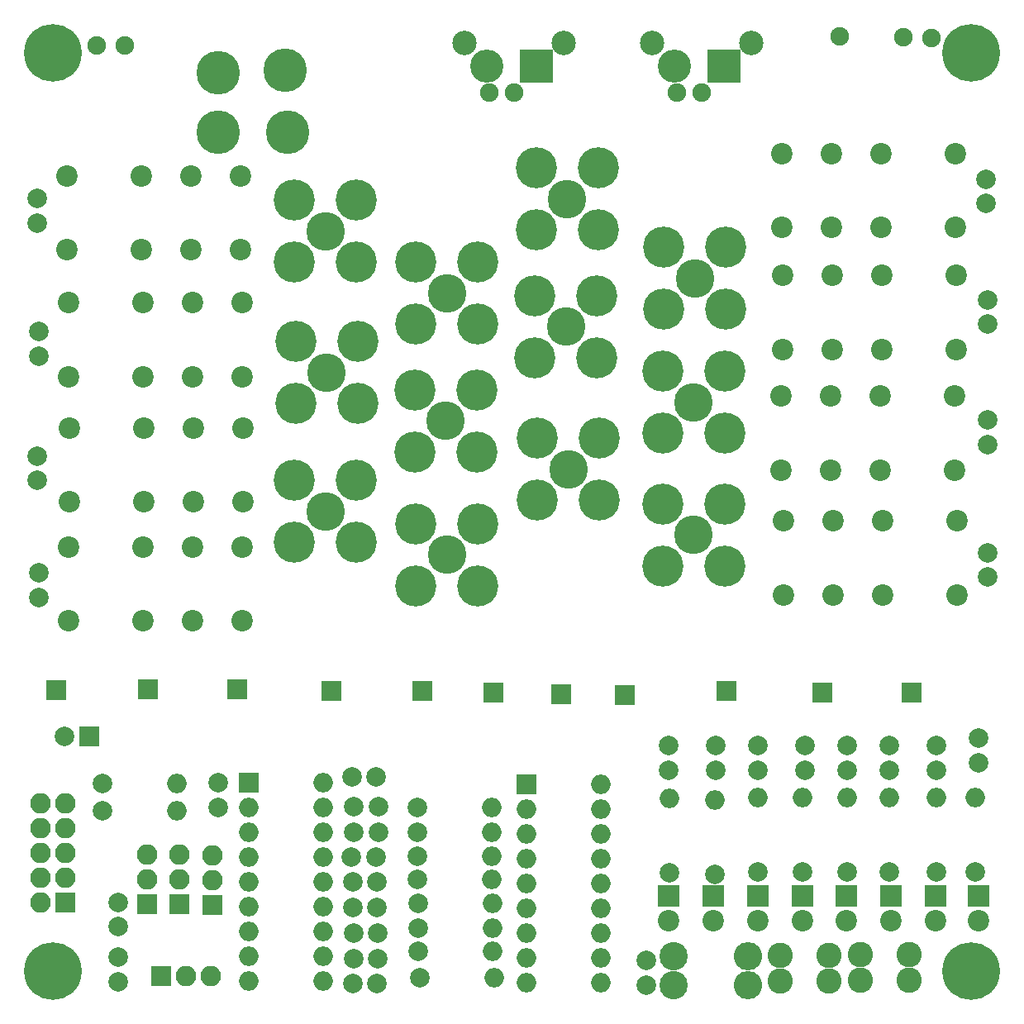
<source format=gbr>
G04 #@! TF.FileFunction,Soldermask,Top*
%FSLAX46Y46*%
G04 Gerber Fmt 4.6, Leading zero omitted, Abs format (unit mm)*
G04 Created by KiCad (PCBNEW 4.0.7) date 03/12/19 17:19:51*
%MOMM*%
%LPD*%
G01*
G04 APERTURE LIST*
%ADD10C,0.100000*%
%ADD11C,2.200000*%
%ADD12R,2.000000X2.000000*%
%ADD13O,2.000000X2.000000*%
%ADD14C,2.900000*%
%ADD15O,2.900000X2.900000*%
%ADD16R,2.200000X2.200000*%
%ADD17C,2.000000*%
%ADD18R,2.100000X2.100000*%
%ADD19O,2.100000X2.100000*%
%ADD20C,5.900000*%
%ADD21C,2.600000*%
%ADD22O,1.900000X1.900000*%
%ADD23C,4.210000*%
%ADD24C,3.956000*%
%ADD25C,4.464000*%
%ADD26C,1.900000*%
%ADD27C,2.500000*%
%ADD28R,3.400000X3.400000*%
%ADD29C,3.400000*%
G04 APERTURE END LIST*
D10*
D11*
X137977900Y-108524200D03*
X127817900Y-108524200D03*
X132897900Y-108524200D03*
X132897900Y-100924200D03*
X137977900Y-100924200D03*
X127817900Y-100924200D03*
X145597900Y-108524200D03*
X145597900Y-100924200D03*
X62161400Y-103565800D03*
X72321400Y-103565800D03*
X67241400Y-103565800D03*
X67241400Y-111165800D03*
X62161400Y-111165800D03*
X72321400Y-111165800D03*
X54541400Y-103565800D03*
X54541400Y-111165800D03*
X62034400Y-65542000D03*
X72194400Y-65542000D03*
X67114400Y-65542000D03*
X67114400Y-73142000D03*
X62034400Y-73142000D03*
X72194400Y-73142000D03*
X54414400Y-65542000D03*
X54414400Y-73142000D03*
D12*
X73025000Y-127762000D03*
D13*
X80645000Y-148082000D03*
X73025000Y-130302000D03*
X80645000Y-145542000D03*
X73025000Y-132842000D03*
X80645000Y-143002000D03*
X73025000Y-135382000D03*
X80645000Y-140462000D03*
X73025000Y-137922000D03*
X80645000Y-137922000D03*
X73025000Y-140462000D03*
X80645000Y-135382000D03*
X73025000Y-143002000D03*
X80645000Y-132842000D03*
X73025000Y-145542000D03*
X80645000Y-130302000D03*
X73025000Y-148082000D03*
X80645000Y-127762000D03*
D14*
X116586000Y-145542000D03*
D15*
X124206000Y-145542000D03*
D16*
X138811000Y-139319000D03*
D11*
X138811000Y-141859000D03*
D16*
X125222000Y-139319000D03*
D11*
X125222000Y-141859000D03*
D17*
X143510000Y-136906000D03*
D13*
X143510000Y-129286000D03*
D16*
X120650000Y-139319000D03*
D11*
X120650000Y-141859000D03*
D12*
X101473000Y-127889000D03*
D13*
X109093000Y-148209000D03*
X101473000Y-130429000D03*
X109093000Y-145669000D03*
X101473000Y-132969000D03*
X109093000Y-143129000D03*
X101473000Y-135509000D03*
X109093000Y-140589000D03*
X101473000Y-138049000D03*
X109093000Y-138049000D03*
X101473000Y-140589000D03*
X109093000Y-135509000D03*
X101473000Y-143129000D03*
X109093000Y-132969000D03*
X101473000Y-145669000D03*
X109093000Y-130429000D03*
X101473000Y-148209000D03*
X109093000Y-127889000D03*
D17*
X116078000Y-123952000D03*
X116078000Y-126452000D03*
X120904000Y-123952000D03*
X120904000Y-126452000D03*
X125222000Y-123952000D03*
X125222000Y-126452000D03*
X130048000Y-123952000D03*
X130048000Y-126452000D03*
X134366000Y-123952000D03*
X134366000Y-126452000D03*
X138684000Y-123952000D03*
X138684000Y-126452000D03*
X143510000Y-123952000D03*
X143510000Y-126452000D03*
X147828000Y-123190000D03*
X147828000Y-125690000D03*
X69926200Y-130225800D03*
X69926200Y-127725800D03*
D18*
X69342000Y-140258800D03*
D19*
X69342000Y-137718800D03*
X69342000Y-135178800D03*
D18*
X65963800Y-140182600D03*
D19*
X65963800Y-137642600D03*
X65963800Y-135102600D03*
D18*
X62611000Y-140182600D03*
D19*
X62611000Y-137642600D03*
X62611000Y-135102600D03*
D20*
X53000000Y-147000000D03*
X147002500Y-147002500D03*
D16*
X129794000Y-139319000D03*
D11*
X129794000Y-141859000D03*
D16*
X134239000Y-139319000D03*
D11*
X134239000Y-141859000D03*
D16*
X143383000Y-139319000D03*
D11*
X143383000Y-141859000D03*
D16*
X147828000Y-139319000D03*
D11*
X147828000Y-141859000D03*
D17*
X116141500Y-136969500D03*
D13*
X116141500Y-129349500D03*
D17*
X120777000Y-137160000D03*
D13*
X120777000Y-129540000D03*
D17*
X125222000Y-136906000D03*
D13*
X125222000Y-129286000D03*
D17*
X129794000Y-136906000D03*
D13*
X129794000Y-129286000D03*
D17*
X134366000Y-136906000D03*
D13*
X134366000Y-129286000D03*
D17*
X138684000Y-136906000D03*
D13*
X138684000Y-129286000D03*
D17*
X147447000Y-136906000D03*
D13*
X147447000Y-129286000D03*
D17*
X86106000Y-127152400D03*
X83606000Y-127152400D03*
D18*
X140970000Y-118491000D03*
X111569500Y-118745000D03*
X90805000Y-118300500D03*
X98107500Y-118491000D03*
X53340000Y-118237000D03*
X81470500Y-118300500D03*
X105029000Y-118681500D03*
X62674500Y-118173500D03*
X71818500Y-118173500D03*
X121983500Y-118364000D03*
X131826000Y-118491000D03*
D17*
X90297000Y-130302000D03*
D13*
X97917000Y-130302000D03*
D17*
X90297000Y-132842000D03*
D13*
X97917000Y-132842000D03*
D17*
X90297000Y-135255000D03*
D13*
X97917000Y-135255000D03*
D17*
X90297000Y-137668000D03*
D13*
X97917000Y-137668000D03*
D17*
X90424000Y-140081000D03*
D13*
X98044000Y-140081000D03*
D17*
X90424000Y-142621000D03*
D13*
X98044000Y-142621000D03*
D17*
X90424000Y-145034000D03*
D13*
X98044000Y-145034000D03*
D17*
X90551000Y-147701000D03*
D13*
X98171000Y-147701000D03*
D16*
X116078000Y-139319000D03*
D11*
X116078000Y-141859000D03*
D17*
X83820000Y-130175000D03*
X86320000Y-130175000D03*
X83820000Y-132842000D03*
X86320000Y-132842000D03*
X83566000Y-135382000D03*
X86066000Y-135382000D03*
X83693000Y-137922000D03*
X86193000Y-137922000D03*
X83693000Y-140525500D03*
X86193000Y-140525500D03*
X83756500Y-143129000D03*
X86256500Y-143129000D03*
X83756500Y-145796000D03*
X86256500Y-145796000D03*
X83693000Y-148272500D03*
X86193000Y-148272500D03*
D14*
X116586000Y-148463000D03*
D15*
X124206000Y-148463000D03*
D17*
X59664600Y-148132800D03*
X59664600Y-145632800D03*
X59690000Y-142494000D03*
X59690000Y-139994000D03*
D18*
X54203600Y-140035280D03*
D19*
X51663600Y-140035280D03*
X54203600Y-137495280D03*
X51663600Y-137495280D03*
X54203600Y-134955280D03*
X51663600Y-134955280D03*
X54203600Y-132415280D03*
X51663600Y-132415280D03*
X54203600Y-129875280D03*
X51663600Y-129875280D03*
D17*
X51536600Y-81508600D03*
X51536600Y-84008600D03*
X51384200Y-94259400D03*
X51384200Y-96759400D03*
X51511200Y-106222800D03*
X51511200Y-108722800D03*
X51320700Y-67894200D03*
X51320700Y-70394200D03*
X148729700Y-106680000D03*
X148729700Y-104180000D03*
X148691600Y-93091000D03*
X148691600Y-90591000D03*
X148755100Y-80746600D03*
X148755100Y-78246600D03*
X148590000Y-68402200D03*
X148590000Y-65902200D03*
D12*
X56657240Y-123027440D03*
D17*
X54157240Y-123027440D03*
D21*
X127508000Y-148005800D03*
X132508000Y-148005800D03*
X140665200Y-147980400D03*
X135665200Y-147980400D03*
D18*
X64068960Y-147579080D03*
D19*
X66608960Y-147579080D03*
X69148960Y-147579080D03*
D17*
X113792000Y-148437600D03*
X113792000Y-145937600D03*
D21*
X127467360Y-145409920D03*
X132467360Y-145409920D03*
X140655040Y-145348960D03*
X135655040Y-145348960D03*
D20*
X147000000Y-53000000D03*
D22*
X133543040Y-51244500D03*
X142951200Y-51460400D03*
X140068300Y-51396900D03*
X57492900Y-52197000D03*
X60363100Y-52222400D03*
D20*
X53000000Y-53000000D03*
D23*
X121920000Y-72898000D03*
D24*
X118745000Y-76073000D03*
D23*
X121920000Y-79248000D03*
X115570000Y-72898000D03*
X115570000Y-79248000D03*
X108839000Y-64770000D03*
D24*
X105664000Y-67945000D03*
D23*
X108839000Y-71120000D03*
X102489000Y-64770000D03*
X102489000Y-71120000D03*
X121793000Y-85598000D03*
D24*
X118618000Y-88773000D03*
D23*
X121793000Y-91948000D03*
X115443000Y-85598000D03*
X115443000Y-91948000D03*
X102362000Y-77851000D03*
D24*
X105537000Y-81026000D03*
D23*
X108712000Y-77851000D03*
X102362000Y-84201000D03*
X108712000Y-84201000D03*
X115443000Y-105537000D03*
D24*
X118618000Y-102362000D03*
D23*
X115443000Y-99187000D03*
X121793000Y-105537000D03*
X121793000Y-99187000D03*
X102616000Y-98806000D03*
D24*
X105791000Y-95631000D03*
D23*
X102616000Y-92456000D03*
X108966000Y-98806000D03*
X108966000Y-92456000D03*
X77724000Y-103124000D03*
D24*
X80899000Y-99949000D03*
D23*
X77724000Y-96774000D03*
X84074000Y-103124000D03*
X84074000Y-96774000D03*
X96520000Y-107569000D03*
D24*
X93345000Y-104394000D03*
D23*
X90170000Y-107569000D03*
X96520000Y-101219000D03*
X90170000Y-101219000D03*
X77851000Y-82550000D03*
D24*
X81026000Y-85725000D03*
D23*
X84201000Y-82550000D03*
X77851000Y-88900000D03*
X84201000Y-88900000D03*
X90043000Y-87503000D03*
D24*
X93218000Y-90678000D03*
D23*
X96393000Y-87503000D03*
X90043000Y-93853000D03*
X96393000Y-93853000D03*
X77724000Y-74422000D03*
D24*
X80899000Y-71247000D03*
D23*
X77724000Y-68072000D03*
X84074000Y-74422000D03*
X84074000Y-68072000D03*
X96520000Y-74422000D03*
D24*
X93345000Y-77597000D03*
D23*
X96520000Y-80772000D03*
X90170000Y-74422000D03*
X90170000Y-80772000D03*
D11*
X137812800Y-70856000D03*
X127652800Y-70856000D03*
X132732800Y-70856000D03*
X132732800Y-63256000D03*
X137812800Y-63256000D03*
X127652800Y-63256000D03*
X145432800Y-70856000D03*
X145432800Y-63256000D03*
X137863600Y-83378200D03*
X127703600Y-83378200D03*
X132783600Y-83378200D03*
X132783600Y-75778200D03*
X137863600Y-75778200D03*
X127703600Y-75778200D03*
X145483600Y-83378200D03*
X145483600Y-75778200D03*
X137762000Y-95722600D03*
X127602000Y-95722600D03*
X132682000Y-95722600D03*
X132682000Y-88122600D03*
X137762000Y-88122600D03*
X127602000Y-88122600D03*
X145382000Y-95722600D03*
X145382000Y-88122600D03*
X62275700Y-91373800D03*
X72435700Y-91373800D03*
X67355700Y-91373800D03*
X67355700Y-98973800D03*
X62275700Y-98973800D03*
X72435700Y-98973800D03*
X54655700Y-91373800D03*
X54655700Y-98973800D03*
X62161400Y-78534100D03*
X72321400Y-78534100D03*
X67241400Y-78534100D03*
X67241400Y-86134100D03*
X62161400Y-86134100D03*
X72321400Y-86134100D03*
X54541400Y-78534100D03*
X54541400Y-86134100D03*
D25*
X69875400Y-61125100D03*
X69875400Y-55029100D03*
X76987400Y-61125100D03*
D17*
X58059320Y-127825500D03*
D13*
X65679320Y-127825500D03*
D17*
X58087260Y-130647440D03*
D13*
X65707260Y-130647440D03*
D25*
X76733400Y-54775100D03*
D26*
X119395240Y-57010340D03*
X116855240Y-57010340D03*
D27*
X114315240Y-51930340D03*
X124475240Y-51930340D03*
D28*
X121681240Y-54282340D03*
D29*
X116601240Y-54282340D03*
D26*
X100192840Y-57010340D03*
X97652840Y-57010340D03*
D27*
X95112840Y-51930340D03*
X105272840Y-51930340D03*
D28*
X102478840Y-54282340D03*
D29*
X97398840Y-54282340D03*
M02*

</source>
